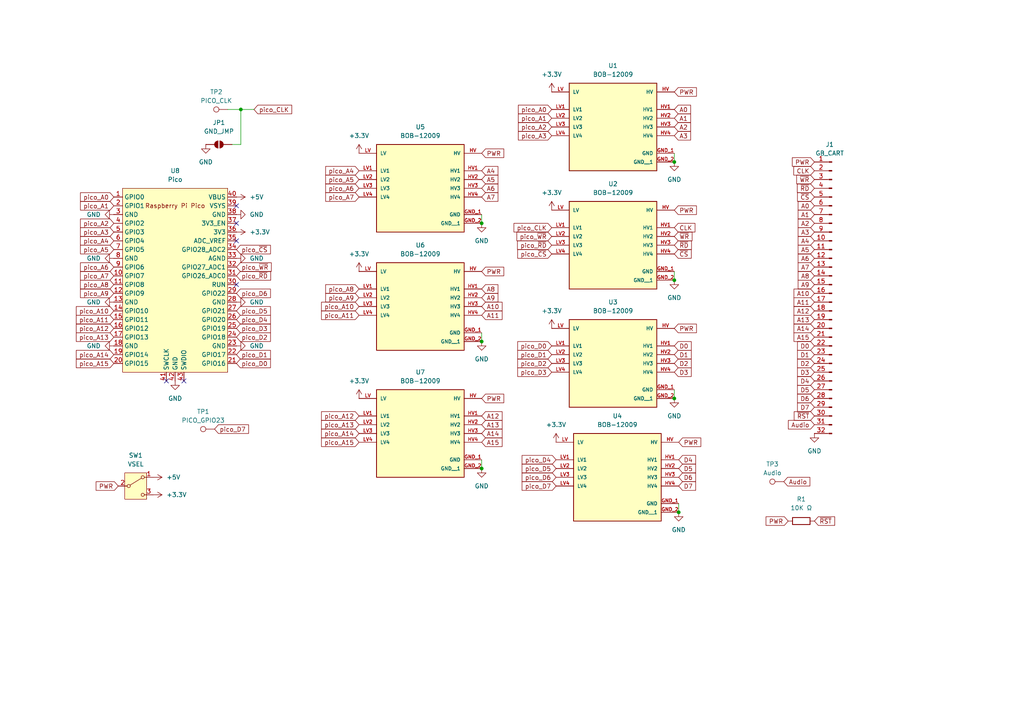
<source format=kicad_sch>
(kicad_sch (version 20231120) (generator "eeschema") (generator_version "8.0")
  (paper "A4")
  (title_block (title "Shawazu GB Dumper") (date "2024-03-28") (rev "1.0") (company "tihmstar"))
  (lib_symbols
    (symbol "BOB-12009:BOB-12009" (pin_names (offset 1.016))
      (property "Reference" "U" (at -12.7 11.43 0))
      (property "Value" "BOB-12009" (at -12.7 -17.78 0))
      (symbol "BOB-12009_0_0"
        (rectangle (start -12.7 -15.24) (end 12.7 10.16) (stroke (width 0.254)) (fill (type background)))
        (pin power_in line (at 17.78 -10.16 180) (length 5.08) (name "GND") (number "GND_1"))
        (pin power_in line (at 17.78 -12.7 180) (length 5.08) (name "GND__1") (number "GND_2"))
        (pin bidirectional line (at 17.78 7.62 180) (length 5.08) (name "HV") (number "HV"))
        (pin bidirectional line (at 17.78 2.54 180) (length 5.08) (name "HV1") (number "HV1"))
        (pin bidirectional line (at 17.78 0 180) (length 5.08) (name "HV2") (number "HV2"))
        (pin bidirectional line (at 17.78 -2.54 180) (length 5.08) (name "HV3") (number "HV3"))
        (pin bidirectional line (at 17.78 -5.08 180) (length 5.08) (name "HV4") (number "HV4"))
        (pin bidirectional line (at -17.78 7.62 0) (length 5.08) (name "LV") (number "LV"))
        (pin bidirectional line (at -17.78 2.54 0) (length 5.08) (name "LV1") (number "LV1"))
        (pin bidirectional line (at -17.78 0 0) (length 5.08) (name "LV2") (number "LV2"))
        (pin bidirectional line (at -17.78 -2.54 0) (length 5.08) (name "LV3") (number "LV3"))
        (pin bidirectional line (at -17.78 -5.08 0) (length 5.08) (name "LV4") (number "LV4"))
      )
    )
    (symbol "Connector:Conn_01x32_Pin" (pin_names (offset 1.016) hide)
      (property "Reference" "J" (at 0 40.64 0))
      (property "Value" "Conn_01x32_Pin" (at 0 -43.18 0))
      (symbol "Conn_01x32_Pin_1_1"
        (polyline (pts (xy 1.27 -40.64) (xy 0.8636 -40.64)) (stroke (width 0.1524)))
        (polyline (pts (xy 1.27 -38.1) (xy 0.8636 -38.1)) (stroke (width 0.1524)))
        (polyline (pts (xy 1.27 -35.56) (xy 0.8636 -35.56)) (stroke (width 0.1524)))
        (polyline (pts (xy 1.27 -33.02) (xy 0.8636 -33.02)) (stroke (width 0.1524)))
        (polyline (pts (xy 1.27 -30.48) (xy 0.8636 -30.48)) (stroke (width 0.1524)))
        (polyline (pts (xy 1.27 -27.94) (xy 0.8636 -27.94)) (stroke (width 0.1524)))
        (polyline (pts (xy 1.27 -25.4) (xy 0.8636 -25.4)) (stroke (width 0.1524)))
        (polyline (pts (xy 1.27 -22.86) (xy 0.8636 -22.86)) (stroke (width 0.1524)))
        (polyline (pts (xy 1.27 -20.32) (xy 0.8636 -20.32)) (stroke (width 0.1524)))
        (polyline (pts (xy 1.27 -17.78) (xy 0.8636 -17.78)) (stroke (width 0.1524)))
        (polyline (pts (xy 1.27 -15.24) (xy 0.8636 -15.24)) (stroke (width 0.1524)))
        (polyline (pts (xy 1.27 -12.7) (xy 0.8636 -12.7)) (stroke (width 0.1524)))
        (polyline (pts (xy 1.27 -10.16) (xy 0.8636 -10.16)) (stroke (width 0.1524)))
        (polyline (pts (xy 1.27 -7.62) (xy 0.8636 -7.62)) (stroke (width 0.1524)))
        (polyline (pts (xy 1.27 -5.08) (xy 0.8636 -5.08)) (stroke (width 0.1524)))
        (polyline (pts (xy 1.27 -2.54) (xy 0.8636 -2.54)) (stroke (width 0.1524)))
        (polyline (pts (xy 1.27 0) (xy 0.8636 0)) (stroke (width 0.1524)))
        (polyline (pts (xy 1.27 2.54) (xy 0.8636 2.54)) (stroke (width 0.1524)))
        (polyline (pts (xy 1.27 5.08) (xy 0.8636 5.08)) (stroke (width 0.1524)))
        (polyline (pts (xy 1.27 7.62) (xy 0.8636 7.62)) (stroke (width 0.1524)))
        (polyline (pts (xy 1.27 10.16) (xy 0.8636 10.16)) (stroke (width 0.1524)))
        (polyline (pts (xy 1.27 12.7) (xy 0.8636 12.7)) (stroke (width 0.1524)))
        (polyline (pts (xy 1.27 15.24) (xy 0.8636 15.24)) (stroke (width 0.1524)))
        (polyline (pts (xy 1.27 17.78) (xy 0.8636 17.78)) (stroke (width 0.1524)))
        (polyline (pts (xy 1.27 20.32) (xy 0.8636 20.32)) (stroke (width 0.1524)))
        (polyline (pts (xy 1.27 22.86) (xy 0.8636 22.86)) (stroke (width 0.1524)))
        (polyline (pts (xy 1.27 25.4) (xy 0.8636 25.4)) (stroke (width 0.1524)))
        (polyline (pts (xy 1.27 27.94) (xy 0.8636 27.94)) (stroke (width 0.1524)))
        (polyline (pts (xy 1.27 30.48) (xy 0.8636 30.48)) (stroke (width 0.1524)))
        (polyline (pts (xy 1.27 33.02) (xy 0.8636 33.02)) (stroke (width 0.1524)))
        (polyline (pts (xy 1.27 35.56) (xy 0.8636 35.56)) (stroke (width 0.1524)))
        (polyline (pts (xy 1.27 38.1) (xy 0.8636 38.1)) (stroke (width 0.1524)))
        (rectangle (start 0.8636 -40.513) (end 0 -40.767) (stroke (width 0.1524)) (fill (type outline)))
        (rectangle (start 0.8636 -37.973) (end 0 -38.227) (stroke (width 0.1524)) (fill (type outline)))
        (rectangle (start 0.8636 -35.433) (end 0 -35.687) (stroke (width 0.1524)) (fill (type outline)))
        (rectangle (start 0.8636 -32.893) (end 0 -33.147) (stroke (width 0.1524)) (fill (type outline)))
        (rectangle (start 0.8636 -30.353) (end 0 -30.607) (stroke (width 0.1524)) (fill (type outline)))
        (rectangle (start 0.8636 -27.813) (end 0 -28.067) (stroke (width 0.1524)) (fill (type outline)))
        (rectangle (start 0.8636 -25.273) (end 0 -25.527) (stroke (width 0.1524)) (fill (type outline)))
        (rectangle (start 0.8636 -22.733) (end 0 -22.987) (stroke (width 0.1524)) (fill (type outline)))
        (rectangle (start 0.8636 -20.193) (end 0 -20.447) (stroke (width 0.1524)) (fill (type outline)))
        (rectangle (start 0.8636 -17.653) (end 0 -17.907) (stroke (width 0.1524)) (fill (type outline)))
        (rectangle (start 0.8636 -15.113) (end 0 -15.367) (stroke (width 0.1524)) (fill (type outline)))
        (rectangle (start 0.8636 -12.573) (end 0 -12.827) (stroke (width 0.1524)) (fill (type outline)))
        (rectangle (start 0.8636 -10.033) (end 0 -10.287) (stroke (width 0.1524)) (fill (type outline)))
        (rectangle (start 0.8636 -7.493) (end 0 -7.747) (stroke (width 0.1524)) (fill (type outline)))
        (rectangle (start 0.8636 -4.953) (end 0 -5.207) (stroke (width 0.1524)) (fill (type outline)))
        (rectangle (start 0.8636 -2.413) (end 0 -2.667) (stroke (width 0.1524)) (fill (type outline)))
        (rectangle (start 0.8636 0.127) (end 0 -0.127) (stroke (width 0.1524)) (fill (type outline)))
        (rectangle (start 0.8636 2.667) (end 0 2.413) (stroke (width 0.1524)) (fill (type outline)))
        (rectangle (start 0.8636 5.207) (end 0 4.953) (stroke (width 0.1524)) (fill (type outline)))
        (rectangle (start 0.8636 7.747) (end 0 7.493) (stroke (width 0.1524)) (fill (type outline)))
        (rectangle (start 0.8636 10.287) (end 0 10.033) (stroke (width 0.1524)) (fill (type outline)))
        (rectangle (start 0.8636 12.827) (end 0 12.573) (stroke (width 0.1524)) (fill (type outline)))
        (rectangle (start 0.8636 15.367) (end 0 15.113) (stroke (width 0.1524)) (fill (type outline)))
        (rectangle (start 0.8636 17.907) (end 0 17.653) (stroke (width 0.1524)) (fill (type outline)))
        (rectangle (start 0.8636 20.447) (end 0 20.193) (stroke (width 0.1524)) (fill (type outline)))
        (rectangle (start 0.8636 22.987) (end 0 22.733) (stroke (width 0.1524)) (fill (type outline)))
        (rectangle (start 0.8636 25.527) (end 0 25.273) (stroke (width 0.1524)) (fill (type outline)))
        (rectangle (start 0.8636 28.067) (end 0 27.813) (stroke (width 0.1524)) (fill (type outline)))
        (rectangle (start 0.8636 30.607) (end 0 30.353) (stroke (width 0.1524)) (fill (type outline)))
        (rectangle (start 0.8636 33.147) (end 0 32.893) (stroke (width 0.1524)) (fill (type outline)))
        (rectangle (start 0.8636 35.687) (end 0 35.433) (stroke (width 0.1524)) (fill (type outline)))
        (rectangle (start 0.8636 38.227) (end 0 37.973) (stroke (width 0.1524)) (fill (type outline)))
        (pin passive line (at 5.08 38.1 180) (length 3.81) (name "Pin_1") (number "1"))
        (pin passive line (at 5.08 15.24 180) (length 3.81) (name "Pin_10") (number "10"))
        (pin passive line (at 5.08 12.7 180) (length 3.81) (name "Pin_11") (number "11"))
        (pin passive line (at 5.08 10.16 180) (length 3.81) (name "Pin_12") (number "12"))
        (pin passive line (at 5.08 7.62 180) (length 3.81) (name "Pin_13") (number "13"))
        (pin passive line (at 5.08 5.08 180) (length 3.81) (name "Pin_14") (number "14"))
        (pin passive line (at 5.08 2.54 180) (length 3.81) (name "Pin_15") (number "15"))
        (pin passive line (at 5.08 0 180) (length 3.81) (name "Pin_16") (number "16"))
        (pin passive line (at 5.08 -2.54 180) (length 3.81) (name "Pin_17") (number "17"))
        (pin passive line (at 5.08 -5.08 180) (length 3.81) (name "Pin_18") (number "18"))
        (pin passive line (at 5.08 -7.62 180) (length 3.81) (name "Pin_19") (number "19"))
        (pin passive line (at 5.08 35.56 180) (length 3.81) (name "Pin_2") (number "2"))
        (pin passive line (at 5.08 -10.16 180) (length 3.81) (name "Pin_20") (number "20"))
        (pin passive line (at 5.08 -12.7 180) (length 3.81) (name "Pin_21") (number "21"))
        (pin passive line (at 5.08 -15.24 180) (length 3.81) (name "Pin_22") (number "22"))
        (pin passive line (at 5.08 -17.78 180) (length 3.81) (name "Pin_23") (number "23"))
        (pin passive line (at 5.08 -20.32 180) (length 3.81) (name "Pin_24") (number "24"))
        (pin passive line (at 5.08 -22.86 180) (length 3.81) (name "Pin_25") (number "25"))
        (pin passive line (at 5.08 -25.4 180) (length 3.81) (name "Pin_26") (number "26"))
        (pin passive line (at 5.08 -27.94 180) (length 3.81) (name "Pin_27") (number "27"))
        (pin passive line (at 5.08 -30.48 180) (length 3.81) (name "Pin_28") (number "28"))
        (pin passive line (at 5.08 -33.02 180) (length 3.81) (name "Pin_29") (number "29"))
        (pin passive line (at 5.08 33.02 180) (length 3.81) (name "Pin_3") (number "3"))
        (pin passive line (at 5.08 -35.56 180) (length 3.81) (name "Pin_30") (number "30"))
        (pin passive line (at 5.08 -38.1 180) (length 3.81) (name "Pin_31") (number "31"))
        (pin passive line (at 5.08 -40.64 180) (length 3.81) (name "Pin_32") (number "32"))
        (pin passive line (at 5.08 30.48 180) (length 3.81) (name "Pin_4") (number "4"))
        (pin passive line (at 5.08 27.94 180) (length 3.81) (name "Pin_5") (number "5"))
        (pin passive line (at 5.08 25.4 180) (length 3.81) (name "Pin_6") (number "6"))
        (pin passive line (at 5.08 22.86 180) (length 3.81) (name "Pin_7") (number "7"))
        (pin passive line (at 5.08 20.32 180) (length 3.81) (name "Pin_8") (number "8"))
        (pin passive line (at 5.08 17.78 180) (length 3.81) (name "Pin_9") (number "9"))
      )
    )
    (symbol "Connector:TestPoint" (pin_numbers hide) (pin_names (offset 0.762) hide)
      (property "Reference" "TP" (at 0 6.858 0))
      (property "Value" "TestPoint" (at 0 5.08 0))
      (symbol "TestPoint_0_1"
        (circle (center 0 3.302) (radius 0.762))
      )
      (symbol "TestPoint_1_1"
        (pin passive line (at 0 0 90) (length 2.54) (name "1") (number "1"))
      )
    )
    (symbol "Device:R" (pin_numbers hide) (pin_names (offset 0))
      (property "Reference" "R" (at 2.032 0 90))
      (property "Value" "R" (at 0 0 90))
      (symbol "R_0_1"
        (rectangle (start -1.016 -2.54) (end 1.016 2.54) (stroke (width 0.254)))
      )
      (symbol "R_1_1"
        (pin passive line (at 0 3.81 270) (length 1.27) (name "~") (number "1"))
        (pin passive line (at 0 -3.81 90) (length 1.27) (name "~") (number "2"))
      )
    )
    (symbol "Jumper:SolderJumper_2_Open" (pin_numbers hide) (pin_names (offset 0) hide) (exclude_from_sim yes) (in_bom no)
      (property "Reference" "JP" (at 0 2.032 0))
      (property "Value" "SolderJumper_2_Open" (at 0 -2.54 0))
      (symbol "SolderJumper_2_Open_0_1"
        (arc (start -0.254 1.016) (mid -1.2656 0) (end -0.254 -1.016))
        (arc (start -0.254 1.016) (mid -1.2656 0) (end -0.254 -1.016) (fill (type outline)))
        (polyline (pts (xy -0.254 1.016) (xy -0.254 -1.016)))
        (polyline (pts (xy 0.254 1.016) (xy 0.254 -1.016)))
        (arc (start 0.254 -1.016) (mid 1.2656 0) (end 0.254 1.016))
        (arc (start 0.254 -1.016) (mid 1.2656 0) (end 0.254 1.016) (fill (type outline)))
      )
      (symbol "SolderJumper_2_Open_1_1"
        (pin passive line (at -3.81 0 0) (length 2.54) (name "A") (number "1"))
        (pin passive line (at 3.81 0 180) (length 2.54) (name "B") (number "2"))
      )
    )
    (symbol "MCU_RaspberryPi_and_Boards:Pico"
      (property "Reference" "U8" (at 0 31.75 0))
      (property "Value" "Pico" (at 0 29.21 0))
      (symbol "Pico_0_0"
        (text "Raspberry Pi Pico" (at 0 21.59 0) (effects (font (size 1.27 1.27))))
      )
      (symbol "Pico_0_1"
        (rectangle (start -15.24 26.67) (end 15.24 -26.67) (fill (type background)))
      )
      (symbol "Pico_1_1"
        (pin bidirectional line (at -17.78 24.13 0) (length 2.54) (name "GPIO0") (number "1"))
        (pin bidirectional line (at -17.78 1.27 0) (length 2.54) (name "GPIO7") (number "10"))
        (pin bidirectional line (at -17.78 -1.27 0) (length 2.54) (name "GPIO8") (number "11"))
        (pin bidirectional line (at -17.78 -3.81 0) (length 2.54) (name "GPIO9") (number "12"))
        (pin power_in line (at -17.78 -6.35 0) (length 2.54) (name "GND") (number "13"))
        (pin bidirectional line (at -17.78 -8.89 0) (length 2.54) (name "GPIO10") (number "14"))
        (pin bidirectional line (at -17.78 -11.43 0) (length 2.54) (name "GPIO11") (number "15"))
        (pin bidirectional line (at -17.78 -13.97 0) (length 2.54) (name "GPIO12") (number "16"))
        (pin bidirectional line (at -17.78 -16.51 0) (length 2.54) (name "GPIO13") (number "17"))
        (pin power_in line (at -17.78 -19.05 0) (length 2.54) (name "GND") (number "18"))
        (pin bidirectional line (at -17.78 -21.59 0) (length 2.54) (name "GPIO14") (number "19"))
        (pin bidirectional line (at -17.78 21.59 0) (length 2.54) (name "GPIO1") (number "2"))
        (pin bidirectional line (at -17.78 -24.13 0) (length 2.54) (name "GPIO15") (number "20"))
        (pin bidirectional line (at 17.78 -24.13 180) (length 2.54) (name "GPIO16") (number "21"))
        (pin bidirectional line (at 17.78 -21.59 180) (length 2.54) (name "GPIO17") (number "22"))
        (pin power_in line (at 17.78 -19.05 180) (length 2.54) (name "GND") (number "23"))
        (pin bidirectional line (at 17.78 -16.51 180) (length 2.54) (name "GPIO18") (number "24"))
        (pin bidirectional line (at 17.78 -13.97 180) (length 2.54) (name "GPIO19") (number "25"))
        (pin bidirectional line (at 17.78 -11.43 180) (length 2.54) (name "GPIO20") (number "26"))
        (pin bidirectional line (at 17.78 -8.89 180) (length 2.54) (name "GPIO21") (number "27"))
        (pin power_in line (at 17.78 -6.35 180) (length 2.54) (name "GND") (number "28"))
        (pin bidirectional line (at 17.78 -3.81 180) (length 2.54) (name "GPIO22") (number "29"))
        (pin power_in line (at -17.78 19.05 0) (length 2.54) (name "GND") (number "3"))
        (pin input line (at 17.78 -1.27 180) (length 2.54) (name "RUN") (number "30"))
        (pin bidirectional line (at 17.78 1.27 180) (length 2.54) (name "GPIO26_ADC0") (number "31"))
        (pin bidirectional line (at 17.78 3.81 180) (length 2.54) (name "GPIO27_ADC1") (number "32"))
        (pin power_in line (at 17.78 6.35 180) (length 2.54) (name "AGND") (number "33"))
        (pin bidirectional line (at 17.78 8.89 180) (length 2.54) (name "GPIO28_ADC2") (number "34"))
        (pin power_in line (at 17.78 11.43 180) (length 2.54) (name "ADC_VREF") (number "35"))
        (pin power_out line (at 17.78 13.97 180) (length 2.54) (name "3V3") (number "36"))
        (pin input line (at 17.78 16.51 180) (length 2.54) (name "3V3_EN") (number "37"))
        (pin power_out line (at 17.78 19.05 180) (length 2.54) (name "GND") (number "38"))
        (pin power_in line (at 17.78 21.59 180) (length 2.54) (name "VSYS") (number "39"))
        (pin bidirectional line (at -17.78 16.51 0) (length 2.54) (name "GPIO2") (number "4"))
        (pin power_out line (at 17.78 24.13 180) (length 2.54) (name "VBUS") (number "40"))
        (pin input line (at -2.54 -29.21 90) (length 2.54) (name "SWCLK") (number "41"))
        (pin power_in line (at 0 -29.21 90) (length 2.54) (name "GND") (number "42"))
        (pin bidirectional line (at 2.54 -29.21 90) (length 2.54) (name "SWDIO") (number "43"))
        (pin bidirectional line (at -17.78 13.97 0) (length 2.54) (name "GPIO3") (number "5"))
        (pin bidirectional line (at -17.78 11.43 0) (length 2.54) (name "GPIO4") (number "6"))
        (pin bidirectional line (at -17.78 8.89 0) (length 2.54) (name "GPIO5") (number "7"))
        (pin power_in line (at -17.78 6.35 0) (length 2.54) (name "GND") (number "8"))
        (pin bidirectional line (at -17.78 3.81 0) (length 2.54) (name "GPIO6") (number "9"))
      )
    )
    (symbol "Switch:SW_SPDT" (pin_names (offset 0) hide)
      (property "Reference" "SW" (at 0 5.08 0))
      (property "Value" "SW_SPDT" (at 0 -5.08 0))
      (symbol "SW_SPDT_0_1"
        (circle (center -2.032 0) (radius 0.4572))
        (polyline (pts (xy -1.651 0.254) (xy 1.651 2.286)))
        (circle (center 2.032 -2.54) (radius 0.4572))
        (circle (center 2.032 2.54) (radius 0.4572))
      )
      (symbol "SW_SPDT_1_1"
        (rectangle (start -3.175 3.81) (end 3.175 -3.81) (fill (type background)))
        (pin passive line (at 5.08 2.54 180) (length 2.54) (name "A") (number "1"))
        (pin passive line (at -5.08 0 0) (length 2.54) (name "B") (number "2"))
        (pin passive line (at 5.08 -2.54 180) (length 2.54) (name "C") (number "3"))
      )
    )
    (symbol "power:+3.3V" (power) (pin_numbers hide) (pin_names (offset 0) hide)
      (property "Value" "+3.3V" (at 0 3.556 0))
      (symbol "+3.3V_0_1"
        (polyline (pts (xy -0.762 1.27) (xy 0 2.54)))
        (polyline (pts (xy 0 0) (xy 0 2.54)))
        (polyline (pts (xy 0 2.54) (xy 0.762 1.27)))
      )
      (symbol "+3.3V_1_1"
        (pin power_in line (at 0 0 90) (length 0) (name "~") (number "1"))
      )
    )
    (symbol "power:+5V" (power) (pin_numbers hide) (pin_names (offset 0) hide)
      (property "Value" "+5V" (at 0 3.556 0))
      (symbol "+5V_0_1"
        (polyline (pts (xy -0.762 1.27) (xy 0 2.54)))
        (polyline (pts (xy 0 0) (xy 0 2.54)))
        (polyline (pts (xy 0 2.54) (xy 0.762 1.27)))
      )
      (symbol "+5V_1_1"
        (pin power_in line (at 0 0 90) (length 0) (name "~") (number "1"))
      )
    )
    (symbol "power:GND" (power) (pin_numbers hide) (pin_names (offset 0) hide)
      (property "Value" "GND" (at 0 -3.81 0))
      (symbol "GND_0_1"
        (polyline (pts (xy 0 0) (xy 0 -1.27) (xy 1.27 -1.27) (xy 0 -2.54) (xy -1.27 -1.27) (xy 0 -1.27)))
      )
      (symbol "GND_1_1"
        (pin power_in line (at 0 0 270) (length 0) (name "~") (number "1"))
      )
    )
  )
  (junction (at 196.85 148.59))
  (junction (at 195.58 81.28))
  (junction (at 139.7 135.89))
  (junction (at 69.85 31.75))
  (junction (at 139.7 64.77))
  (junction (at 195.58 46.99))
  (junction (at 195.58 115.57))
  (junction (at 139.7 99.06))
  (no_connect (at 48.26 110.49))
  (no_connect (at 53.34 110.49))
  (no_connect (at 68.58 59.69))
  (no_connect (at 68.58 64.77))
  (no_connect (at 68.58 69.85))
  (no_connect (at 68.58 82.55))
  (wire (pts (xy 139.7 96.52) (xy 139.7 99.06)))
  (wire (pts (xy 195.58 113.03) (xy 195.58 115.57)))
  (wire (pts (xy 196.85 146.05) (xy 196.85 148.59)))
  (wire (pts (xy 139.7 133.35) (xy 139.7 135.89)))
  (wire (pts (xy 195.58 44.45) (xy 195.58 46.99)))
  (wire (pts (xy 69.85 41.91) (xy 69.85 31.75)))
  (wire (pts (xy 66.04 31.75) (xy 69.85 31.75)))
  (wire (pts (xy 195.58 78.74) (xy 195.58 81.28)))
  (wire (pts (xy 67.31 41.91) (xy 69.85 41.91)))
  (wire (pts (xy 69.85 31.75) (xy 73.66 31.75)))
  (wire (pts (xy 139.7 62.23) (xy 139.7 64.77)))
  (global_label "A4" (shape input) (at 236.22 69.85 180) (property "Intersheetrefs" "${INTERSHEET_REFS}" (effects (hide yes))))
  (global_label "pico_~{WR}" (shape input) (at 68.58 77.47 0) (property "Intersheetrefs" "${INTERSHEET_REFS}" (effects (hide yes))))
  (global_label "A7" (shape input) (at 236.22 77.47 180) (property "Intersheetrefs" "${INTERSHEET_REFS}" (effects (hide yes))))
  (global_label "D1" (shape input) (at 236.22 102.87 180) (property "Intersheetrefs" "${INTERSHEET_REFS}" (effects (hide yes))))
  (global_label "~{CS}" (shape input) (at 236.22 57.15 180) (property "Intersheetrefs" "${INTERSHEET_REFS}" (effects (hide yes))))
  (global_label "A8" (shape input) (at 139.7 83.82 0) (property "Intersheetrefs" "${INTERSHEET_REFS}" (effects (hide yes))))
  (global_label "pico_A4" (shape input) (at 33.02 69.85 180) (property "Intersheetrefs" "${INTERSHEET_REFS}" (effects (hide yes))))
  (global_label "A9" (shape input) (at 236.22 82.55 180) (property "Intersheetrefs" "${INTERSHEET_REFS}" (effects (hide yes))))
  (global_label "pico_D7" (shape input) (at 161.29 140.97 180) (property "Intersheetrefs" "${INTERSHEET_REFS}" (effects (hide yes))))
  (global_label "pico_A6" (shape input) (at 33.02 77.47 180) (property "Intersheetrefs" "${INTERSHEET_REFS}" (effects (hide yes))))
  (global_label "D2" (shape input) (at 236.22 105.41 180) (property "Intersheetrefs" "${INTERSHEET_REFS}" (effects (hide yes))))
  (global_label "pico_A7" (shape input) (at 104.14 57.15 180) (property "Intersheetrefs" "${INTERSHEET_REFS}" (effects (hide yes))))
  (global_label "pico_~{CS}" (shape input) (at 160.02 73.66 180) (property "Intersheetrefs" "${INTERSHEET_REFS}" (effects (hide yes))))
  (global_label "pico_A8" (shape input) (at 33.02 82.55 180) (property "Intersheetrefs" "${INTERSHEET_REFS}" (effects (hide yes))))
  (global_label "A3" (shape input) (at 195.58 39.37 0) (property "Intersheetrefs" "${INTERSHEET_REFS}" (effects (hide yes))))
  (global_label "CLK" (shape input) (at 236.22 49.53 180) (property "Intersheetrefs" "${INTERSHEET_REFS}" (effects (hide yes))))
  (global_label "pico_A11" (shape input) (at 104.14 91.44 180) (property "Intersheetrefs" "${INTERSHEET_REFS}" (effects (hide yes))))
  (global_label "pico_A1" (shape input) (at 33.02 59.69 180) (property "Intersheetrefs" "${INTERSHEET_REFS}" (effects (hide yes))))
  (global_label "pico_A1" (shape input) (at 160.02 34.29 180) (property "Intersheetrefs" "${INTERSHEET_REFS}" (effects (hide yes))))
  (global_label "PWR" (shape input) (at 139.7 78.74 0) (property "Intersheetrefs" "${INTERSHEET_REFS}" (effects (hide yes))))
  (global_label "pico_D3" (shape input) (at 68.58 95.25 0) (property "Intersheetrefs" "${INTERSHEET_REFS}" (effects (hide yes))))
  (global_label "PWR" (shape input) (at 195.58 26.67 0) (property "Intersheetrefs" "${INTERSHEET_REFS}" (effects (hide yes))))
  (global_label "D4" (shape input) (at 196.85 133.35 0) (property "Intersheetrefs" "${INTERSHEET_REFS}" (effects (hide yes))))
  (global_label "A14" (shape input) (at 139.7 125.73 0) (property "Intersheetrefs" "${INTERSHEET_REFS}" (effects (hide yes))))
  (global_label "pico_A5" (shape input) (at 104.14 52.07 180) (property "Intersheetrefs" "${INTERSHEET_REFS}" (effects (hide yes))))
  (global_label "A11" (shape input) (at 236.22 87.63 180) (property "Intersheetrefs" "${INTERSHEET_REFS}" (effects (hide yes))))
  (global_label "A15" (shape input) (at 236.22 97.79 180) (property "Intersheetrefs" "${INTERSHEET_REFS}" (effects (hide yes))))
  (global_label "~{RD}" (shape input) (at 195.58 71.12 0) (property "Intersheetrefs" "${INTERSHEET_REFS}" (effects (hide yes))))
  (global_label "A6" (shape input) (at 236.22 74.93 180) (property "Intersheetrefs" "${INTERSHEET_REFS}" (effects (hide yes))))
  (global_label "pico_D1" (shape input) (at 68.58 102.87 0) (property "Intersheetrefs" "${INTERSHEET_REFS}" (effects (hide yes))))
  (global_label "~{RST}" (shape input) (at 236.22 120.65 180) (property "Intersheetrefs" "${INTERSHEET_REFS}" (effects (hide yes))))
  (global_label "~{WR}" (shape input) (at 236.22 52.07 180) (property "Intersheetrefs" "${INTERSHEET_REFS}" (effects (hide yes))))
  (global_label "A4" (shape input) (at 139.7 49.53 0) (property "Intersheetrefs" "${INTERSHEET_REFS}" (effects (hide yes))))
  (global_label "A1" (shape input) (at 236.22 62.23 180) (property "Intersheetrefs" "${INTERSHEET_REFS}" (effects (hide yes))))
  (global_label "D3" (shape input) (at 195.58 107.95 0) (property "Intersheetrefs" "${INTERSHEET_REFS}" (effects (hide yes))))
  (global_label "A3" (shape input) (at 236.22 67.31 180) (property "Intersheetrefs" "${INTERSHEET_REFS}" (effects (hide yes))))
  (global_label "A5" (shape input) (at 236.22 72.39 180) (property "Intersheetrefs" "${INTERSHEET_REFS}" (effects (hide yes))))
  (global_label "~{WR}" (shape input) (at 195.58 68.58 0) (property "Intersheetrefs" "${INTERSHEET_REFS}" (effects (hide yes))))
  (global_label "D5" (shape input) (at 196.85 135.89 0) (property "Intersheetrefs" "${INTERSHEET_REFS}" (effects (hide yes))))
  (global_label "Audio" (shape input) (at 227.33 139.7 0) (property "Intersheetrefs" "${INTERSHEET_REFS}" (effects (hide yes))))
  (global_label "pico_A2" (shape input) (at 33.02 64.77 180) (property "Intersheetrefs" "${INTERSHEET_REFS}" (effects (hide yes))))
  (global_label "A10" (shape input) (at 139.7 88.9 0) (property "Intersheetrefs" "${INTERSHEET_REFS}" (effects (hide yes))))
  (global_label "CLK" (shape input) (at 195.58 66.04 0) (property "Intersheetrefs" "${INTERSHEET_REFS}" (effects (hide yes))))
  (global_label "PWR" (shape input) (at 236.22 46.99 180) (property "Intersheetrefs" "${INTERSHEET_REFS}" (effects (hide yes))))
  (global_label "PWR" (shape input) (at 196.85 128.27 0) (property "Intersheetrefs" "${INTERSHEET_REFS}" (effects (hide yes))))
  (global_label "A13" (shape input) (at 139.7 123.19 0) (property "Intersheetrefs" "${INTERSHEET_REFS}" (effects (hide yes))))
  (global_label "A6" (shape input) (at 139.7 54.61 0) (property "Intersheetrefs" "${INTERSHEET_REFS}" (effects (hide yes))))
  (global_label "pico_A9" (shape input) (at 33.02 85.09 180) (property "Intersheetrefs" "${INTERSHEET_REFS}" (effects (hide yes))))
  (global_label "D1" (shape input) (at 195.58 102.87 0) (property "Intersheetrefs" "${INTERSHEET_REFS}" (effects (hide yes))))
  (global_label "pico_A9" (shape input) (at 104.14 86.36 180) (property "Intersheetrefs" "${INTERSHEET_REFS}" (effects (hide yes))))
  (global_label "Audio" (shape input) (at 236.22 123.19 180) (property "Intersheetrefs" "${INTERSHEET_REFS}" (effects (hide yes))))
  (global_label "pico_D2" (shape input) (at 160.02 105.41 180) (property "Intersheetrefs" "${INTERSHEET_REFS}" (effects (hide yes))))
  (global_label "pico_D4" (shape input) (at 68.58 92.71 0) (property "Intersheetrefs" "${INTERSHEET_REFS}" (effects (hide yes))))
  (global_label "A13" (shape input) (at 236.22 92.71 180) (property "Intersheetrefs" "${INTERSHEET_REFS}" (effects (hide yes))))
  (global_label "A8" (shape input) (at 236.22 80.01 180) (property "Intersheetrefs" "${INTERSHEET_REFS}" (effects (hide yes))))
  (global_label "pico_A3" (shape input) (at 160.02 39.37 180) (property "Intersheetrefs" "${INTERSHEET_REFS}" (effects (hide yes))))
  (global_label "pico_D5" (shape input) (at 161.29 135.89 180) (property "Intersheetrefs" "${INTERSHEET_REFS}" (effects (hide yes))))
  (global_label "A9" (shape input) (at 139.7 86.36 0) (property "Intersheetrefs" "${INTERSHEET_REFS}" (effects (hide yes))))
  (global_label "pico_A10" (shape input) (at 33.02 90.17 180) (property "Intersheetrefs" "${INTERSHEET_REFS}" (effects (hide yes))))
  (global_label "pico_D3" (shape input) (at 160.02 107.95 180) (property "Intersheetrefs" "${INTERSHEET_REFS}" (effects (hide yes))))
  (global_label "pico_D7" (shape input) (at 62.23 124.46 0) (property "Intersheetrefs" "${INTERSHEET_REFS}" (effects (hide yes))))
  (global_label "PWR" (shape input) (at 228.6 151.13 180) (property "Intersheetrefs" "${INTERSHEET_REFS}" (effects (hide yes))))
  (global_label "A1" (shape input) (at 195.58 34.29 0) (property "Intersheetrefs" "${INTERSHEET_REFS}" (effects (hide yes))))
  (global_label "D0" (shape input) (at 195.58 100.33 0) (property "Intersheetrefs" "${INTERSHEET_REFS}" (effects (hide yes))))
  (global_label "A2" (shape input) (at 236.22 64.77 180) (property "Intersheetrefs" "${INTERSHEET_REFS}" (effects (hide yes))))
  (global_label "pico_A10" (shape input) (at 104.14 88.9 180) (property "Intersheetrefs" "${INTERSHEET_REFS}" (effects (hide yes))))
  (global_label "pico_D1" (shape input) (at 160.02 102.87 180) (property "Intersheetrefs" "${INTERSHEET_REFS}" (effects (hide yes))))
  (global_label "D6" (shape input) (at 236.22 115.57 180) (property "Intersheetrefs" "${INTERSHEET_REFS}" (effects (hide yes))))
  (global_label "PWR" (shape input) (at 139.7 44.45 0) (property "Intersheetrefs" "${INTERSHEET_REFS}" (effects (hide yes))))
  (global_label "pico_A4" (shape input) (at 104.14 49.53 180) (property "Intersheetrefs" "${INTERSHEET_REFS}" (effects (hide yes))))
  (global_label "pico_D2" (shape input) (at 68.58 97.79 0) (property "Intersheetrefs" "${INTERSHEET_REFS}" (effects (hide yes))))
  (global_label "pico_D0" (shape input) (at 160.02 100.33 180) (property "Intersheetrefs" "${INTERSHEET_REFS}" (effects (hide yes))))
  (global_label "pico_~{RD}" (shape input) (at 160.02 71.12 180) (property "Intersheetrefs" "${INTERSHEET_REFS}" (effects (hide yes))))
  (global_label "A11" (shape input) (at 139.7 91.44 0) (property "Intersheetrefs" "${INTERSHEET_REFS}" (effects (hide yes))))
  (global_label "A7" (shape input) (at 139.7 57.15 0) (property "Intersheetrefs" "${INTERSHEET_REFS}" (effects (hide yes))))
  (global_label "pico_A14" (shape input) (at 104.14 125.73 180) (property "Intersheetrefs" "${INTERSHEET_REFS}" (effects (hide yes))))
  (global_label "A5" (shape input) (at 139.7 52.07 0) (property "Intersheetrefs" "${INTERSHEET_REFS}" (effects (hide yes))))
  (global_label "pico_D5" (shape input) (at 68.58 90.17 0) (property "Intersheetrefs" "${INTERSHEET_REFS}" (effects (hide yes))))
  (global_label "pico_A13" (shape input) (at 104.14 123.19 180) (property "Intersheetrefs" "${INTERSHEET_REFS}" (effects (hide yes))))
  (global_label "PWR" (shape input) (at 139.7 115.57 0) (property "Intersheetrefs" "${INTERSHEET_REFS}" (effects (hide yes))))
  (global_label "D7" (shape input) (at 196.85 140.97 0) (property "Intersheetrefs" "${INTERSHEET_REFS}" (effects (hide yes))))
  (global_label "pico_A13" (shape input) (at 33.02 97.79 180) (property "Intersheetrefs" "${INTERSHEET_REFS}" (effects (hide yes))))
  (global_label "PWR" (shape input) (at 195.58 95.25 0) (property "Intersheetrefs" "${INTERSHEET_REFS}" (effects (hide yes))))
  (global_label "pico_A3" (shape input) (at 33.02 67.31 180) (property "Intersheetrefs" "${INTERSHEET_REFS}" (effects (hide yes))))
  (global_label "pico_CLK" (shape input) (at 160.02 66.04 180) (property "Intersheetrefs" "${INTERSHEET_REFS}" (effects (hide yes))))
  (global_label "D0" (shape input) (at 236.22 100.33 180) (property "Intersheetrefs" "${INTERSHEET_REFS}" (effects (hide yes))))
  (global_label "A15" (shape input) (at 139.7 128.27 0) (property "Intersheetrefs" "${INTERSHEET_REFS}" (effects (hide yes))))
  (global_label "pico_CLK" (shape input) (at 73.66 31.75 0) (property "Intersheetrefs" "${INTERSHEET_REFS}" (effects (hide yes))))
  (global_label "PWR" (shape input) (at 195.58 60.96 0) (property "Intersheetrefs" "${INTERSHEET_REFS}" (effects (hide yes))))
  (global_label "A10" (shape input) (at 236.22 85.09 180) (property "Intersheetrefs" "${INTERSHEET_REFS}" (effects (hide yes))))
  (global_label "A0" (shape input) (at 195.58 31.75 0) (property "Intersheetrefs" "${INTERSHEET_REFS}" (effects (hide yes))))
  (global_label "~{RD}" (shape input) (at 236.22 54.61 180) (property "Intersheetrefs" "${INTERSHEET_REFS}" (effects (hide yes))))
  (global_label "pico_A8" (shape input) (at 104.14 83.82 180) (property "Intersheetrefs" "${INTERSHEET_REFS}" (effects (hide yes))))
  (global_label "A0" (shape input) (at 236.22 59.69 180) (property "Intersheetrefs" "${INTERSHEET_REFS}" (effects (hide yes))))
  (global_label "pico_D4" (shape input) (at 161.29 133.35 180) (property "Intersheetrefs" "${INTERSHEET_REFS}" (effects (hide yes))))
  (global_label "~{RST}" (shape input) (at 236.22 151.13 0) (property "Intersheetrefs" "${INTERSHEET_REFS}" (effects (hide yes))))
  (global_label "pico_A2" (shape input) (at 160.02 36.83 180) (property "Intersheetrefs" "${INTERSHEET_REFS}" (effects (hide yes))))
  (global_label "pico_A14" (shape input) (at 33.02 102.87 180) (property "Intersheetrefs" "${INTERSHEET_REFS}" (effects (hide yes))))
  (global_label "pico_A15" (shape input) (at 33.02 105.41 180) (property "Intersheetrefs" "${INTERSHEET_REFS}" (effects (hide yes))))
  (global_label "D2" (shape input) (at 195.58 105.41 0) (property "Intersheetrefs" "${INTERSHEET_REFS}" (effects (hide yes))))
  (global_label "A14" (shape input) (at 236.22 95.25 180) (property "Intersheetrefs" "${INTERSHEET_REFS}" (effects (hide yes))))
  (global_label "D6" (shape input) (at 196.85 138.43 0) (property "Intersheetrefs" "${INTERSHEET_REFS}" (effects (hide yes))))
  (global_label "pico_~{CS}" (shape input) (at 68.58 72.39 0) (property "Intersheetrefs" "${INTERSHEET_REFS}" (effects (hide yes))))
  (global_label "pico_D6" (shape input) (at 161.29 138.43 180) (property "Intersheetrefs" "${INTERSHEET_REFS}" (effects (hide yes))))
  (global_label "pico_A6" (shape input) (at 104.14 54.61 180) (property "Intersheetrefs" "${INTERSHEET_REFS}" (effects (hide yes))))
  (global_label "pico_A7" (shape input) (at 33.02 80.01 180) (property "Intersheetrefs" "${INTERSHEET_REFS}" (effects (hide yes))))
  (global_label "~{CS}" (shape input) (at 195.58 73.66 0) (property "Intersheetrefs" "${INTERSHEET_REFS}" (effects (hide yes))))
  (global_label "pico_A12" (shape input) (at 33.02 95.25 180) (property "Intersheetrefs" "${INTERSHEET_REFS}" (effects (hide yes))))
  (global_label "pico_A12" (shape input) (at 104.14 120.65 180) (property "Intersheetrefs" "${INTERSHEET_REFS}" (effects (hide yes))))
  (global_label "pico_A0" (shape input) (at 160.02 31.75 180) (property "Intersheetrefs" "${INTERSHEET_REFS}" (effects (hide yes))))
  (global_label "D7" (shape input) (at 236.22 118.11 180) (property "Intersheetrefs" "${INTERSHEET_REFS}" (effects (hide yes))))
  (global_label "D5" (shape input) (at 236.22 113.03 180) (property "Intersheetrefs" "${INTERSHEET_REFS}" (effects (hide yes))))
  (global_label "A12" (shape input) (at 139.7 120.65 0) (property "Intersheetrefs" "${INTERSHEET_REFS}" (effects (hide yes))))
  (global_label "PWR" (shape input) (at 34.29 140.97 180) (property "Intersheetrefs" "${INTERSHEET_REFS}" (effects (hide yes))))
  (global_label "A2" (shape input) (at 195.58 36.83 0) (property "Intersheetrefs" "${INTERSHEET_REFS}" (effects (hide yes))))
  (global_label "D3" (shape input) (at 236.22 107.95 180) (property "Intersheetrefs" "${INTERSHEET_REFS}" (effects (hide yes))))
  (global_label "D4" (shape input) (at 236.22 110.49 180) (property "Intersheetrefs" "${INTERSHEET_REFS}" (effects (hide yes))))
  (global_label "pico_~{RD}" (shape input) (at 68.58 80.01 0) (property "Intersheetrefs" "${INTERSHEET_REFS}" (effects (hide yes))))
  (global_label "pico_A5" (shape input) (at 33.02 72.39 180) (property "Intersheetrefs" "${INTERSHEET_REFS}" (effects (hide yes))))
  (global_label "pico_D0" (shape input) (at 68.58 105.41 0) (property "Intersheetrefs" "${INTERSHEET_REFS}" (effects (hide yes))))
  (global_label "pico_A0" (shape input) (at 33.02 57.15 180) (property "Intersheetrefs" "${INTERSHEET_REFS}" (effects (hide yes))))
  (global_label "pico_A11" (shape input) (at 33.02 92.71 180) (property "Intersheetrefs" "${INTERSHEET_REFS}" (effects (hide yes))))
  (global_label "pico_~{WR}" (shape input) (at 160.02 68.58 180) (property "Intersheetrefs" "${INTERSHEET_REFS}" (effects (hide yes))))
  (global_label "A12" (shape input) (at 236.22 90.17 180) (property "Intersheetrefs" "${INTERSHEET_REFS}" (effects (hide yes))))
  (global_label "pico_A15" (shape input) (at 104.14 128.27 180) (property "Intersheetrefs" "${INTERSHEET_REFS}" (effects (hide yes))))
  (global_label "pico_D6" (shape input) (at 68.58 85.09 0) (property "Intersheetrefs" "${INTERSHEET_REFS}" (effects (hide yes))))
  (symbol (lib_id "power:GND") (at 139.7 99.06 0) (unit 1)
    (property "Reference" "#PWR024" (effects (hide yes)))
    (property "Value" "GND" (at 139.7 104.14 0))
    (property "Description" "Power symbol creates a global label with name \"GND\" , ground" (effects (hide yes)))
  )
  (symbol (lib_id "Connector:Conn_01x32_Pin") (at 241.3 85.09 0) (mirror y) (unit 1)
    (property "Reference" "J1" (at 240.665 41.91 0))
    (property "Value" "GB_CART" (at 240.665 44.45 0))
    (property "Footprint" "GB_CART_4holes:GB_CART_4holes" (effects (hide yes)))
    (property "Description" "Generic connector, single row, 01x32, script generated" (effects (hide yes)))
  )
  (symbol (lib_id "MCU_RaspberryPi_and_Boards:Pico") (at 50.8 81.28 0) (unit 1)
    (property "Reference" "U8" (at 50.8 49.53 0))
    (property "Value" "Pico" (at 50.8 52.07 0))
    (property "Footprint" "MCU_RaspberryPi_and_Boards:RPi_Pico_SMD_TH" (effects (hide yes)))
  )
  (symbol (lib_id "power:GND") (at 195.58 81.28 0) (unit 1)
    (property "Reference" "#PWR011" (effects (hide yes)))
    (property "Value" "GND" (at 195.58 86.36 0))
    (property "Description" "Power symbol creates a global label with name \"GND\" , ground" (effects (hide yes)))
  )
  (symbol (lib_id "Connector:TestPoint") (at 66.04 31.75 90) (unit 1)
    (property "Reference" "TP2" (at 62.738 26.67 90))
    (property "Value" "PICO_CLK" (at 62.738 29.21 90))
    (property "Footprint" "TestPoint:TestPoint_Pad_D2.0mm" (effects (hide yes)))
    (property "Description" "test point" (effects (hide yes)))
  )
  (symbol (lib_id "power:GND") (at 50.8 110.49 0) (unit 1)
    (property "Reference" "#PWR012" (effects (hide yes)))
    (property "Value" "GND" (at 50.8 115.57 0))
    (property "Description" "Power symbol creates a global label with name \"GND\" , ground" (effects (hide yes)))
  )
  (symbol (lib_id "power:GND") (at 195.58 115.57 0) (unit 1)
    (property "Reference" "#PWR07" (effects (hide yes)))
    (property "Value" "GND" (at 195.58 120.65 0))
    (property "Description" "Power symbol creates a global label with name \"GND\" , ground" (effects (hide yes)))
  )
  (symbol (lib_id "BOB-12009:BOB-12009") (at 177.8 68.58 0) (unit 1)
    (property "Reference" "U2" (at 177.8 53.34 0))
    (property "Value" "BOB-12009" (at 177.8 55.88 0))
    (property "Footprint" "BOB-12009:CONV_BOB-12009" (effects (hide yes)))
    (property "MF" "SparkFun" (effects (hide yes)))
    (property "MAXIMUM_PACKAGE_HEIGHT" "N/A" (effects (hide yes)))
    (property "Package" "None" (effects (hide yes)))
    (property "Price" "None" (effects (hide yes)))
    (property "Check_prices" "https://www.snapeda.com/parts/BOB-12009/SparkFun+Electronics/view-part/?ref=eda" (effects (hide yes)))
    (property "STANDARD" "Manufacturer Recommendations" (effects (hide yes)))
    (property "PARTREV" "01" (effects (hide yes)))
    (property "SnapEDA_Link" "https://www.snapeda.com/parts/BOB-12009/SparkFun+Electronics/view-part/?ref=snap" (effects (hide yes)))
    (property "MP" "BOB-12009" (effects (hide yes)))
    (property "Description_1" "\nBSS138 Logic-Level Translator Interface Evaluation Board\n" (effects (hide yes)))
    (property "Availability" "In Stock" (effects (hide yes)))
    (property "MANUFACTURER" "SparkFun Electronics" (effects (hide yes)))
  )
  (symbol (lib_id "power:GND") (at 33.02 100.33 270) (unit 1)
    (property "Reference" "#PWR019" (effects (hide yes)))
    (property "Value" "GND" (at 29.21 100.3299 90) (effects (justify right)))
    (property "Description" "Power symbol creates a global label with name \"GND\" , ground" (effects (hide yes)))
  )
  (symbol (lib_id "power:GND") (at 33.02 87.63 270) (unit 1)
    (property "Reference" "#PWR020" (effects (hide yes)))
    (property "Value" "GND" (at 29.21 87.6299 90) (effects (justify right)))
    (property "Description" "Power symbol creates a global label with name \"GND\" , ground" (effects (hide yes)))
  )
  (symbol (lib_id "power:GND") (at 68.58 74.93 90) (unit 1)
    (property "Reference" "#PWR016" (effects (hide yes)))
    (property "Value" "GND" (at 72.39 74.9299 90) (effects (justify right)))
    (property "Description" "Power symbol creates a global label with name \"GND\" , ground" (effects (hide yes)))
  )
  (symbol (lib_id "Device:R") (at 232.41 151.13 90) (unit 1)
    (property "Reference" "R1" (at 232.41 144.78 90))
    (property "Value" "10K Ω" (at 232.41 147.32 90))
    (property "Footprint" "Resistor_THT:R_Axial_DIN0309_L9.0mm_D3.2mm_P12.70mm_Horizontal" (effects (hide yes)))
    (property "Description" "Resistor" (effects (hide yes)))
  )
  (symbol (lib_id "Connector:TestPoint") (at 62.23 124.46 90) (unit 1)
    (property "Reference" "TP1" (at 58.928 119.38 90))
    (property "Value" "PICO_GPIO23" (at 58.928 121.92 90))
    (property "Footprint" "TestPoint:TestPoint_Plated_Hole_D4.0mm" (effects (hide yes)))
    (property "Description" "test point" (effects (hide yes)))
  )
  (symbol (lib_id "power:GND") (at 139.7 135.89 0) (unit 1)
    (property "Reference" "#PWR026" (effects (hide yes)))
    (property "Value" "GND" (at 139.7 140.97 0))
    (property "Description" "Power symbol creates a global label with name \"GND\" , ground" (effects (hide yes)))
  )
  (symbol (lib_id "power:GND") (at 33.02 74.93 270) (unit 1)
    (property "Reference" "#PWR021" (effects (hide yes)))
    (property "Value" "GND" (at 29.21 74.9299 90) (effects (justify right)))
    (property "Description" "Power symbol creates a global label with name \"GND\" , ground" (effects (hide yes)))
  )
  (symbol (lib_id "power:GND") (at 68.58 87.63 90) (unit 1)
    (property "Reference" "#PWR017" (effects (hide yes)))
    (property "Value" "GND" (at 72.39 87.6299 90) (effects (justify right)))
    (property "Description" "Power symbol creates a global label with name \"GND\" , ground" (effects (hide yes)))
  )
  (symbol (lib_id "power:GND") (at 33.02 62.23 270) (unit 1)
    (property "Reference" "#PWR022" (effects (hide yes)))
    (property "Value" "GND" (at 29.21 62.2299 90) (effects (justify right)))
    (property "Description" "Power symbol creates a global label with name \"GND\" , ground" (effects (hide yes)))
  )
  (symbol (lib_id "Connector:TestPoint") (at 227.33 139.7 90) (unit 1)
    (property "Reference" "TP3" (at 224.028 134.62 90))
    (property "Value" "Audio" (at 224.028 137.16 90))
    (property "Footprint" "TestPoint:TestPoint_Pad_D2.0mm" (effects (hide yes)))
    (property "Description" "test point" (effects (hide yes)))
  )
  (symbol (lib_id "power:+3.3V") (at 104.14 44.45 0) (unit 1)
    (property "Reference" "#PWR05" (effects (hide yes)))
    (property "Value" "+3.3V" (at 104.14 39.37 0))
    (property "Description" "Power symbol creates a global label with name \"+3.3V\"" (effects (hide yes)))
  )
  (symbol (lib_id "power:+5V") (at 68.58 57.15 270) (unit 1)
    (property "Reference" "#PWR015" (effects (hide yes)))
    (property "Value" "+5V" (at 72.39 57.1499 90) (effects (justify left)))
    (property "Description" "Power symbol creates a global label with name \"+5V\"" (effects (hide yes)))
  )
  (symbol (lib_id "power:GND") (at 196.85 148.59 0) (unit 1)
    (property "Reference" "#PWR09" (effects (hide yes)))
    (property "Value" "GND" (at 196.85 153.67 0))
    (property "Description" "Power symbol creates a global label with name \"GND\" , ground" (effects (hide yes)))
  )
  (symbol (lib_id "BOB-12009:BOB-12009") (at 177.8 102.87 0) (unit 1)
    (property "Reference" "U3" (at 177.8 87.63 0))
    (property "Value" "BOB-12009" (at 177.8 90.17 0))
    (property "Footprint" "BOB-12009:CONV_BOB-12009" (effects (hide yes)))
    (property "MF" "SparkFun" (effects (hide yes)))
    (property "MAXIMUM_PACKAGE_HEIGHT" "N/A" (effects (hide yes)))
    (property "Package" "None" (effects (hide yes)))
    (property "Price" "None" (effects (hide yes)))
    (property "Check_prices" "https://www.snapeda.com/parts/BOB-12009/SparkFun+Electronics/view-part/?ref=eda" (effects (hide yes)))
    (property "STANDARD" "Manufacturer Recommendations" (effects (hide yes)))
    (property "PARTREV" "01" (effects (hide yes)))
    (property "SnapEDA_Link" "https://www.snapeda.com/parts/BOB-12009/SparkFun+Electronics/view-part/?ref=snap" (effects (hide yes)))
    (property "MP" "BOB-12009" (effects (hide yes)))
    (property "Description_1" "\nBSS138 Logic-Level Translator Interface Evaluation Board\n" (effects (hide yes)))
    (property "Availability" "In Stock" (effects (hide yes)))
    (property "MANUFACTURER" "SparkFun Electronics" (effects (hide yes)))
  )
  (symbol (lib_id "power:+3.3V") (at 44.45 143.51 270) (unit 1)
    (property "Reference" "#PWR029" (effects (hide yes)))
    (property "Value" "+3.3V" (at 48.26 143.5099 90) (effects (justify left)))
    (property "Description" "Power symbol creates a global label with name \"+3.3V\"" (effects (hide yes)))
  )
  (symbol (lib_id "power:+3.3V") (at 160.02 26.67 0) (unit 1)
    (property "Reference" "#PWR02" (effects (hide yes)))
    (property "Value" "+3.3V" (at 160.02 21.59 0))
    (property "Description" "Power symbol creates a global label with name \"+3.3V\"" (effects (hide yes)))
  )
  (symbol (lib_id "power:GND") (at 195.58 46.99 0) (unit 1)
    (property "Reference" "#PWR010" (effects (hide yes)))
    (property "Value" "GND" (at 195.58 52.07 0))
    (property "Description" "Power symbol creates a global label with name \"GND\" , ground" (effects (hide yes)))
  )
  (symbol (lib_id "power:GND") (at 68.58 100.33 90) (unit 1)
    (property "Reference" "#PWR018" (effects (hide yes)))
    (property "Value" "GND" (at 72.39 100.3299 90) (effects (justify right)))
    (property "Description" "Power symbol creates a global label with name \"GND\" , ground" (effects (hide yes)))
  )
  (symbol (lib_id "BOB-12009:BOB-12009") (at 121.92 86.36 0) (unit 1)
    (property "Reference" "U6" (at 121.92 71.12 0))
    (property "Value" "BOB-12009" (at 121.92 73.66 0))
    (property "Footprint" "BOB-12009:CONV_BOB-12009" (effects (hide yes)))
    (property "MF" "SparkFun" (effects (hide yes)))
    (property "MAXIMUM_PACKAGE_HEIGHT" "N/A" (effects (hide yes)))
    (property "Package" "None" (effects (hide yes)))
    (property "Price" "None" (effects (hide yes)))
    (property "Check_prices" "https://www.snapeda.com/parts/BOB-12009/SparkFun+Electronics/view-part/?ref=eda" (effects (hide yes)))
    (property "STANDARD" "Manufacturer Recommendations" (effects (hide yes)))
    (property "PARTREV" "01" (effects (hide yes)))
    (property "SnapEDA_Link" "https://www.snapeda.com/parts/BOB-12009/SparkFun+Electronics/view-part/?ref=snap" (effects (hide yes)))
    (property "MP" "BOB-12009" (effects (hide yes)))
    (property "Description_1" "\nBSS138 Logic-Level Translator Interface Evaluation Board\n" (effects (hide yes)))
    (property "Availability" "In Stock" (effects (hide yes)))
    (property "MANUFACTURER" "SparkFun Electronics" (effects (hide yes)))
  )
  (symbol (lib_id "power:GND") (at 68.58 62.23 90) (unit 1)
    (property "Reference" "#PWR014" (effects (hide yes)))
    (property "Value" "GND" (at 72.39 62.2299 90) (effects (justify right)))
    (property "Description" "Power symbol creates a global label with name \"GND\" , ground" (effects (hide yes)))
  )
  (symbol (lib_id "BOB-12009:BOB-12009") (at 177.8 34.29 0) (unit 1)
    (property "Reference" "U1" (at 177.8 19.05 0))
    (property "Value" "BOB-12009" (at 177.8 21.59 0))
    (property "Footprint" "BOB-12009:CONV_BOB-12009" (effects (hide yes)))
    (property "MF" "SparkFun" (effects (hide yes)))
    (property "MAXIMUM_PACKAGE_HEIGHT" "N/A" (effects (hide yes)))
    (property "Package" "None" (effects (hide yes)))
    (property "Price" "None" (effects (hide yes)))
    (property "Check_prices" "https://www.snapeda.com/parts/BOB-12009/SparkFun+Electronics/view-part/?ref=eda" (effects (hide yes)))
    (property "STANDARD" "Manufacturer Recommendations" (effects (hide yes)))
    (property "PARTREV" "01" (effects (hide yes)))
    (property "SnapEDA_Link" "https://www.snapeda.com/parts/BOB-12009/SparkFun+Electronics/view-part/?ref=snap" (effects (hide yes)))
    (property "MP" "BOB-12009" (effects (hide yes)))
    (property "Description_1" "\nBSS138 Logic-Level Translator Interface Evaluation Board\n" (effects (hide yes)))
    (property "Availability" "In Stock" (effects (hide yes)))
    (property "MANUFACTURER" "SparkFun Electronics" (effects (hide yes)))
  )
  (symbol (lib_id "BOB-12009:BOB-12009") (at 121.92 123.19 0) (unit 1)
    (property "Reference" "U7" (at 121.92 107.95 0))
    (property "Value" "BOB-12009" (at 121.92 110.49 0))
    (property "Footprint" "BOB-12009:CONV_BOB-12009" (effects (hide yes)))
    (property "MF" "SparkFun" (effects (hide yes)))
    (property "MAXIMUM_PACKAGE_HEIGHT" "N/A" (effects (hide yes)))
    (property "Package" "None" (effects (hide yes)))
    (property "Price" "None" (effects (hide yes)))
    (property "Check_prices" "https://www.snapeda.com/parts/BOB-12009/SparkFun+Electronics/view-part/?ref=eda" (effects (hide yes)))
    (property "STANDARD" "Manufacturer Recommendations" (effects (hide yes)))
    (property "PARTREV" "01" (effects (hide yes)))
    (property "SnapEDA_Link" "https://www.snapeda.com/parts/BOB-12009/SparkFun+Electronics/view-part/?ref=snap" (effects (hide yes)))
    (property "MP" "BOB-12009" (effects (hide yes)))
    (property "Description_1" "\nBSS138 Logic-Level Translator Interface Evaluation Board\n" (effects (hide yes)))
    (property "Availability" "In Stock" (effects (hide yes)))
    (property "MANUFACTURER" "SparkFun Electronics" (effects (hide yes)))
  )
  (symbol (lib_id "Switch:SW_SPDT") (at 39.37 140.97 0) (unit 1)
    (property "Reference" "SW1" (at 39.37 132.08 0))
    (property "Value" "VSEL" (at 39.37 134.62 0))
    (property "Footprint" "Button_Switch_THT:SW_Slide_SPDT_Straight_CK_OS102011MS2Q" (effects (hide yes)))
    (property "Description" "Switch, single pole double throw" (effects (hide yes)))
  )
  (symbol (lib_id "power:GND") (at 59.69 41.91 0) (unit 1)
    (property "Reference" "#PWR027" (effects (hide yes)))
    (property "Value" "GND" (at 59.69 46.99 0))
    (property "Description" "Power symbol creates a global label with name \"GND\" , ground" (effects (hide yes)))
  )
  (symbol (lib_id "power:GND") (at 139.7 64.77 0) (unit 1)
    (property "Reference" "#PWR08" (effects (hide yes)))
    (property "Value" "GND" (at 139.7 69.85 0))
    (property "Description" "Power symbol creates a global label with name \"GND\" , ground" (effects (hide yes)))
  )
  (symbol (lib_id "power:+3.3V") (at 161.29 128.27 0) (unit 1)
    (property "Reference" "#PWR06" (effects (hide yes)))
    (property "Value" "+3.3V" (at 161.29 123.19 0))
    (property "Description" "Power symbol creates a global label with name \"+3.3V\"" (effects (hide yes)))
  )
  (symbol (lib_id "power:+5V") (at 44.45 138.43 270) (unit 1)
    (property "Reference" "#PWR028" (effects (hide yes)))
    (property "Value" "+5V" (at 48.26 138.4299 90) (effects (justify left)))
    (property "Description" "Power symbol creates a global label with name \"+5V\"" (effects (hide yes)))
  )
  (symbol (lib_id "power:+3.3V") (at 160.02 60.96 0) (unit 1)
    (property "Reference" "#PWR03" (effects (hide yes)))
    (property "Value" "+3.3V" (at 160.02 55.88 0))
    (property "Description" "Power symbol creates a global label with name \"+3.3V\"" (effects (hide yes)))
  )
  (symbol (lib_id "power:+3.3V") (at 68.58 67.31 270) (unit 1)
    (property "Reference" "#PWR013" (effects (hide yes)))
    (property "Value" "+3.3V" (at 72.39 67.3099 90) (effects (justify left)))
    (property "Description" "Power symbol creates a global label with name \"+3.3V\"" (effects (hide yes)))
  )
  (symbol (lib_id "BOB-12009:BOB-12009") (at 121.92 52.07 0) (unit 1)
    (property "Reference" "U5" (at 121.92 36.83 0))
    (property "Value" "BOB-12009" (at 121.92 39.37 0))
    (property "Footprint" "BOB-12009:CONV_BOB-12009" (effects (hide yes)))
    (property "MF" "SparkFun" (effects (hide yes)))
    (property "MAXIMUM_PACKAGE_HEIGHT" "N/A" (effects (hide yes)))
    (property "Package" "None" (effects (hide yes)))
    (property "Price" "None" (effects (hide yes)))
    (property "Check_prices" "https://www.snapeda.com/parts/BOB-12009/SparkFun+Electronics/view-part/?ref=eda" (effects (hide yes)))
    (property "STANDARD" "Manufacturer Recommendations" (effects (hide yes)))
    (property "PARTREV" "01" (effects (hide yes)))
    (property "SnapEDA_Link" "https://www.snapeda.com/parts/BOB-12009/SparkFun+Electronics/view-part/?ref=snap" (effects (hide yes)))
    (property "MP" "BOB-12009" (effects (hide yes)))
    (property "Description_1" "\nBSS138 Logic-Level Translator Interface Evaluation Board\n" (effects (hide yes)))
    (property "Availability" "In Stock" (effects (hide yes)))
    (property "MANUFACTURER" "SparkFun Electronics" (effects (hide yes)))
  )
  (symbol (lib_id "power:GND") (at 236.22 125.73 0) (unit 1)
    (property "Reference" "#PWR01" (effects (hide yes)))
    (property "Value" "GND" (at 236.22 130.81 0))
    (property "Description" "Power symbol creates a global label with name \"GND\" , ground" (effects (hide yes)))
  )
  (symbol (lib_id "Jumper:SolderJumper_2_Open") (at 63.5 41.91 0) (unit 1) (exclude_from_sim yes) (in_bom no)
    (property "Reference" "JP1" (at 63.5 35.56 0))
    (property "Value" "GND_JMP" (at 63.5 38.1 0))
    (property "Footprint" "Jumper:SolderJumper-2_P1.3mm_Open_RoundedPad1.0x1.5mm" (effects (hide yes)))
    (property "Description" "Solder Jumper, 2-pole, open" (effects (hide yes)))
  )
  (symbol (lib_id "power:+3.3V") (at 104.14 78.74 0) (unit 1)
    (property "Reference" "#PWR023" (effects (hide yes)))
    (property "Value" "+3.3V" (at 104.14 73.66 0))
    (property "Description" "Power symbol creates a global label with name \"+3.3V\"" (effects (hide yes)))
  )
  (symbol (lib_id "BOB-12009:BOB-12009") (at 179.07 135.89 0) (unit 1)
    (property "Reference" "U4" (at 179.07 120.65 0))
    (property "Value" "BOB-12009" (at 179.07 123.19 0))
    (property "Footprint" "BOB-12009:CONV_BOB-12009" (effects (hide yes)))
    (property "MF" "SparkFun" (effects (hide yes)))
    (property "MAXIMUM_PACKAGE_HEIGHT" "N/A" (effects (hide yes)))
    (property "Package" "None" (effects (hide yes)))
    (property "Price" "None" (effects (hide yes)))
    (property "Check_prices" "https://www.snapeda.com/parts/BOB-12009/SparkFun+Electronics/view-part/?ref=eda" (effects (hide yes)))
    (property "STANDARD" "Manufacturer Recommendations" (effects (hide yes)))
    (property "PARTREV" "01" (effects (hide yes)))
    (property "SnapEDA_Link" "https://www.snapeda.com/parts/BOB-12009/SparkFun+Electronics/view-part/?ref=snap" (effects (hide yes)))
    (property "MP" "BOB-12009" (effects (hide yes)))
    (property "Description_1" "\nBSS138 Logic-Level Translator Interface Evaluation Board\n" (effects (hide yes)))
    (property "Availability" "In Stock" (effects (hide yes)))
    (property "MANUFACTURER" "SparkFun Electronics" (effects (hide yes)))
  )
  (symbol (lib_id "power:+3.3V") (at 104.14 115.57 0) (unit 1)
    (property "Reference" "#PWR025" (effects (hide yes)))
    (property "Value" "+3.3V" (at 104.14 110.49 0))
    (property "Description" "Power symbol creates a global label with name \"+3.3V\"" (effects (hide yes)))
  )
  (symbol (lib_id "power:+3.3V") (at 160.02 95.25 0) (unit 1)
    (property "Reference" "#PWR04" (effects (hide yes)))
    (property "Value" "+3.3V" (at 160.02 90.17 0))
    (property "Description" "Power symbol creates a global label with name \"+3.3V\"" (effects (hide yes)))
  )
)
</source>
